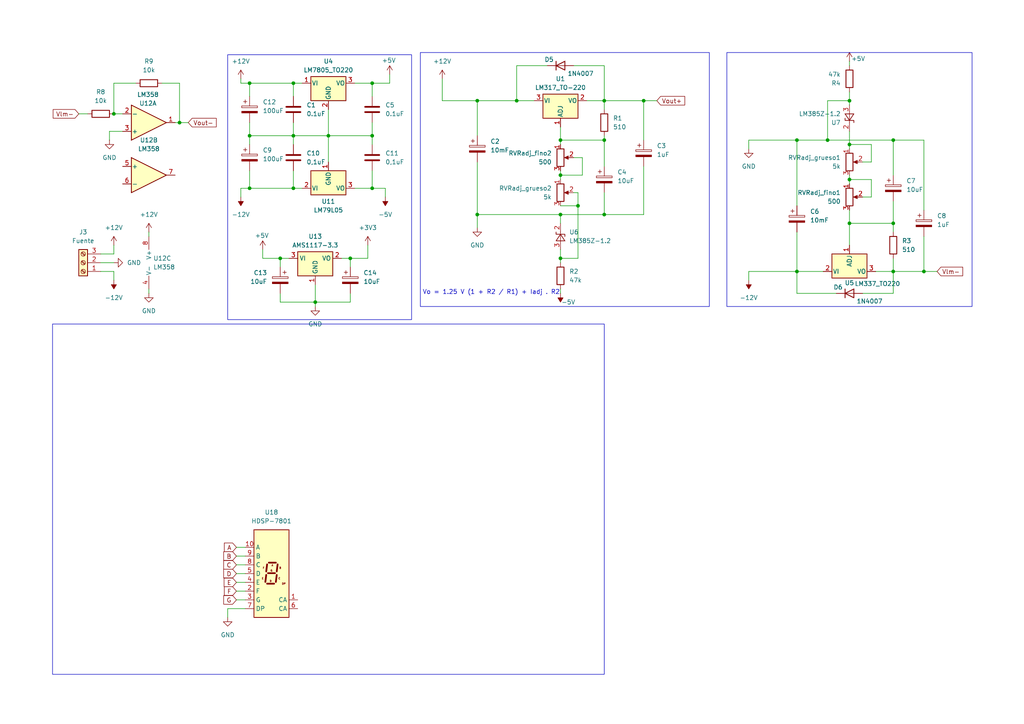
<source format=kicad_sch>
(kicad_sch (version 20231120) (generator "eeschema") (generator_version "8.0")
  (paper "A4")
  (junction (at 259.08 64.77))
  (junction (at 97.79 252.73))
  (junction (at 87.63 288.29))
  (junction (at 240.03 40.64))
  (junction (at 186.69 29.21))
  (junction (at 60.96 300.99))
  (junction (at 232.41 228.6))
  (junction (at 163.83 240.03))
  (junction (at 205.74 255.27))
  (junction (at 137.16 252.73))
  (junction (at 107.95 39.37))
  (junction (at 231.14 78.74))
  (junction (at 167.64 59.69))
  (junction (at 246.38 52.07))
  (junction (at 72.39 39.37))
  (junction (at -162.56 44.45))
  (junction (at 163.83 288.29))
  (junction (at -163.83 97.79))
  (junction (at 138.43 29.21))
  (junction (at 33.02 33.02))
  (junction (at 95.25 39.37))
  (junction (at 91.44 87.63))
  (junction (at -163.83 69.85))
  (junction (at 101.6 74.93))
  (junction (at 162.56 40.64))
  (junction (at 259.08 40.64))
  (junction (at 162.56 74.93))
  (junction (at -64.77 36.83))
  (junction (at 123.19 240.03))
  (junction (at 149.86 29.21))
  (junction (at 85.09 39.37))
  (junction (at 259.08 78.74))
  (junction (at 175.26 29.21))
  (junction (at 3.81 241.3))
  (junction (at 107.95 54.61))
  (junction (at 175.26 62.23))
  (junction (at 162.56 62.23))
  (junction (at -71.12 44.45))
  (junction (at -175.26 88.9))
  (junction (at 107.95 24.13))
  (junction (at 97.79 300.99))
  (junction (at 72.39 24.13))
  (junction (at 81.28 74.93))
  (junction (at 246.38 41.91))
  (junction (at 231.14 40.64))
  (junction (at 12.7 228.6))
  (junction (at 175.26 40.64))
  (junction (at 123.19 288.29))
  (junction (at 267.97 78.74))
  (junction (at 72.39 54.61))
  (junction (at 246.38 29.21))
  (junction (at 85.09 24.13))
  (junction (at 246.38 64.77))
  (junction (at 85.09 54.61))
  (junction (at 52.07 35.56))
  (junction (at 138.43 62.23))
  (junction (at 137.16 300.99))
  (junction (at 162.56 50.8))
  (no_connect (at 193.04 248.92))
  (no_connect (at 193.04 241.3))
  (no_connect (at 193.04 246.38))
  (no_connect (at 193.04 243.84))
  (no_connect (at 193.04 236.22))
  (no_connect (at 193.04 238.76))
  (wire (pts (xy 246.38 52.07) (xy 252.73 52.07)))
  (wire (pts (xy 158.75 19.05) (xy 149.86 19.05)))
  (wire (pts (xy 105.41 283.21) (xy 102.87 283.21)))
  (wire (pts (xy -163.83 97.79) (xy -177.8 97.79)))
  (wire (pts (xy 175.26 62.23) (xy 186.69 62.23)))
  (wire (pts (xy 5.08 241.3) (xy 3.81 241.3)))
  (wire (pts (xy 186.69 40.64) (xy 186.69 29.21)))
  (wire (pts (xy 144.78 229.87) (xy 142.24 229.87)))
  (wire (pts (xy 113.03 21.59) (xy 113.03 24.13)))
  (wire (pts (xy 113.03 24.13) (xy 107.95 24.13)))
  (wire (pts (xy 72.39 39.37) (xy 85.09 39.37)))
  (wire (pts (xy -64.77 36.83) (xy -64.77 44.45)))
  (wire (pts (xy 144.78 270.51) (xy 142.24 270.51)))
  (wire (pts (xy 162.56 50.8) (xy 162.56 52.07)))
  (wire (pts (xy 144.78 232.41) (xy 142.24 232.41)))
  (wire (pts (xy 232.41 226.06) (xy 232.41 228.6)))
  (wire (pts (xy 76.2 74.93) (xy 81.28 74.93)))
  (wire (pts (xy 33.02 33.02) (xy 35.56 33.02)))
  (wire (pts (xy -153.67 86.36) (xy -152.4 86.36)))
  (wire (pts (xy -77.47 54.61) (xy -115.57 54.61)))
  (wire (pts (xy 87.63 299.72) (xy 87.63 300.99)))
  (wire (pts (xy -76.2 25.4) (xy -76.2 31.75)))
  (wire (pts (xy 231.14 78.74) (xy 238.76 78.74)))
  (wire (pts (xy -157.48 54.61) (xy -157.48 46.99)))
  (wire (pts (xy -176.53 44.45) (xy -162.56 44.45)))
  (wire (pts (xy 91.44 82.55) (xy 91.44 87.63)))
  (wire (pts (xy 105.41 270.51) (xy 102.87 270.51)))
  (wire (pts (xy 138.43 46.99) (xy 138.43 62.23)))
  (wire (pts (xy 106.68 74.93) (xy 101.6 74.93)))
  (wire (pts (xy -172.72 39.37) (xy -176.53 39.37)))
  (wire (pts (xy 107.95 49.53) (xy 107.95 54.61)))
  (wire (pts (xy 138.43 62.23) (xy 162.56 62.23)))
  (wire (pts (xy 66.04 176.53) (xy 66.04 179.07)))
  (wire (pts (xy -71.12 44.45) (xy -80.01 44.45)))
  (wire (pts (xy 149.86 19.05) (xy 149.86 29.21)))
  (wire (pts (xy 218.44 228.6) (xy 232.41 228.6)))
  (wire (pts (xy 217.17 78.74) (xy 231.14 78.74)))
  (wire (pts (xy 137.16 252.73) (xy 163.83 252.73)))
  (wire (pts (xy 167.64 74.93) (xy 162.56 74.93)))
  (wire (pts (xy 97.79 254) (xy 97.79 252.73)))
  (wire (pts (xy 144.78 234.95) (xy 142.24 234.95)))
  (wire (pts (xy 160.02 240.03) (xy 163.83 240.03)))
  (wire (pts (xy 163.83 241.3) (xy 163.83 240.03)))
  (wire (pts (xy 246.38 41.91) (xy 246.38 43.18)))
  (wire (pts (xy 87.63 288.29) (xy 87.63 289.56)))
  (wire (pts (xy -163.83 99.06) (xy -163.83 97.79)))
  (wire (pts (xy 259.08 50.8) (xy 259.08 40.64)))
  (wire (pts (xy 218.44 226.06) (xy 232.41 226.06)))
  (wire (pts (xy 71.12 158.75) (xy 68.58 158.75)))
  (wire (pts (xy 187.96 231.14) (xy 193.04 231.14)))
  (wire (pts (xy 205.74 255.27) (xy 205.74 256.54)))
  (wire (pts (xy 163.83 299.72) (xy 163.83 300.99)))
  (wire (pts (xy -160.02 31.75) (xy -156.21 31.75)))
  (wire (pts (xy 95.25 39.37) (xy 107.95 39.37)))
  (wire (pts (xy 123.19 299.72) (xy 123.19 300.99)))
  (wire (pts (xy -160.02 36.83) (xy -156.21 36.83)))
  (wire (pts (xy 137.16 254) (xy 137.16 252.73)))
  (wire (pts (xy 259.08 85.09) (xy 250.19 85.09)))
  (wire (pts (xy 12.7 227.33) (xy 12.7 228.6)))
  (wire (pts (xy 43.18 83.82) (xy 43.18 85.09)))
  (wire (pts (xy 105.41 227.33) (xy 102.87 227.33)))
  (wire (pts (xy 66.04 270.51) (xy 63.5 270.51)))
  (wire (pts (xy 252.73 57.15) (xy 252.73 52.07)))
  (wire (pts (xy 85.09 35.56) (xy 85.09 39.37)))
  (wire (pts (xy 162.56 40.64) (xy 162.56 41.91)))
  (wire (pts (xy 105.41 234.95) (xy 102.87 234.95)))
  (wire (pts (xy 205.74 254) (xy 205.74 255.27)))
  (wire (pts (xy -163.83 69.85) (xy -163.83 71.12)))
  (wire (pts (xy 144.78 224.79) (xy 142.24 224.79)))
  (wire (pts (xy 252.73 46.99) (xy 252.73 41.91)))
  (wire (pts (xy 175.26 55.88) (xy 175.26 62.23)))
  (wire (pts (xy -153.67 83.82) (xy -152.4 83.82)))
  (wire (pts (xy 120.65 285.75) (xy 123.19 285.75)))
  (wire (pts (xy 246.38 26.67) (xy 246.38 29.21)))
  (wire (pts (xy 175.26 29.21) (xy 170.18 29.21)))
  (wire (pts (xy 144.78 278.13) (xy 142.24 278.13)))
  (wire (pts (xy -175.26 88.9) (xy -175.26 91.44)))
  (wire (pts (xy -7.62 241.3) (xy -5.08 241.3)))
  (wire (pts (xy 160.02 285.75) (xy 163.83 285.75)))
  (wire (pts (xy 72.39 35.56) (xy 72.39 39.37)))
  (wire (pts (xy 72.39 49.53) (xy 72.39 54.61)))
  (wire (pts (xy -180.34 86.36) (xy -173.99 86.36)))
  (wire (pts (xy 252.73 41.91) (xy 246.38 41.91)))
  (wire (pts (xy 259.08 78.74) (xy 267.97 78.74)))
  (wire (pts (xy 111.76 54.61) (xy 111.76 57.15)))
  (wire (pts (xy 137.16 240.03) (xy 144.78 240.03)))
  (wire (pts (xy 160.02 237.49) (xy 163.83 237.49)))
  (wire (pts (xy 162.56 59.69) (xy 167.64 59.69)))
  (wire (pts (xy 85.09 39.37) (xy 95.25 39.37)))
  (wire (pts (xy 246.38 50.8) (xy 246.38 52.07)))
  (wire (pts (xy 71.12 168.91) (xy 68.58 168.91)))
  (wire (pts (xy 105.41 229.87) (xy 102.87 229.87)))
  (wire (pts (xy 250.19 57.15) (xy 252.73 57.15)))
  (wire (pts (xy 66.04 280.67) (xy 63.5 280.67)))
  (wire (pts (xy 240.03 29.21) (xy 240.03 40.64)))
  (wire (pts (xy 168.91 45.72) (xy 166.37 45.72)))
  (wire (pts (xy 87.63 285.75) (xy 87.63 288.29)))
  (wire (pts (xy -175.26 69.85) (xy -175.26 88.9)))
  (wire (pts (xy 231.14 40.64) (xy 231.14 59.69)))
  (wire (pts (xy 162.56 36.83) (xy 162.56 40.64)))
  (wire (pts (xy 246.38 38.1) (xy 246.38 41.91)))
  (wire (pts (xy 120.65 288.29) (xy 123.19 288.29)))
  (wire (pts (xy 144.78 237.49) (xy 142.24 237.49)))
  (wire (pts (xy 33.02 24.13) (xy 33.02 33.02)))
  (wire (pts (xy 175.26 19.05) (xy 175.26 29.21)))
  (wire (pts (xy -153.67 81.28) (xy -152.4 81.28)))
  (wire (pts (xy 246.38 29.21) (xy 240.03 29.21)))
  (wire (pts (xy 163.83 285.75) (xy 163.83 288.29)))
  (wire (pts (xy 12.7 246.38) (xy 12.7 248.92)))
  (wire (pts (xy 33.02 71.12) (xy 33.02 73.66)))
  (wire (pts (xy 217.17 40.64) (xy 231.14 40.64)))
  (wire (pts (xy 144.78 227.33) (xy 142.24 227.33)))
  (wire (pts (xy -72.39 24.13) (xy -72.39 34.29)))
  (wire (pts (xy 60.96 300.99) (xy 60.96 288.29)))
  (wire (pts (xy 72.39 39.37) (xy 72.39 41.91)))
  (wire (pts (xy -175.26 91.44) (xy -173.99 91.44)))
  (wire (pts (xy 242.57 85.09) (xy 231.14 85.09)))
  (wire (pts (xy 46.99 24.13) (xy 52.07 24.13)))
  (wire (pts (xy -123.19 54.61) (xy -157.48 54.61)))
  (wire (pts (xy 107.95 35.56) (xy 107.95 39.37)))
  (wire (pts (xy 3.81 238.76) (xy 3.81 241.3)))
  (wire (pts (xy 138.43 29.21) (xy 149.86 29.21)))
  (wire (pts (xy 76.2 72.39) (xy 76.2 74.93)))
  (wire (pts (xy 163.83 237.49) (xy 163.83 240.03)))
  (wire (pts (xy 203.2 215.9) (xy 203.2 218.44)))
  (wire (pts (xy -64.77 36.83) (xy -66.04 36.83)))
  (wire (pts (xy 29.21 78.74) (xy 33.02 78.74)))
  (wire (pts (xy 101.6 87.63) (xy 101.6 85.09)))
  (wire (pts (xy 123.19 251.46) (xy 123.19 252.73)))
  (wire (pts (xy -71.12 49.53) (xy -71.12 44.45)))
  (wire (pts (xy 246.38 17.78) (xy 246.38 19.05)))
  (wire (pts (xy -180.34 78.74) (xy -173.99 78.74)))
  (wire (pts (xy -177.8 76.2) (xy -173.99 76.2)))
  (wire (pts (xy 160.02 288.29) (xy 163.83 288.29)))
  (wire (pts (xy 69.85 24.13) (xy 72.39 24.13)))
  (wire (pts (xy 240.03 40.64) (xy 259.08 40.64)))
  (wire (pts (xy 66.04 275.59) (xy 63.5 275.59)))
  (wire (pts (xy 69.85 54.61) (xy 72.39 54.61)))
  (wire (pts (xy 259.08 74.93) (xy 259.08 78.74)))
  (wire (pts (xy 163.83 289.56) (xy 163.83 288.29)))
  (wire (pts (xy 52.07 35.56) (xy 54.61 35.56)))
  (wire (pts (xy 167.64 59.69) (xy 167.64 74.93)))
  (wire (pts (xy 137.16 288.29) (xy 144.78 288.29)))
  (wire (pts (xy -72.39 34.29) (xy -80.01 34.29)))
  (wire (pts (xy 259.08 58.42) (xy 259.08 64.77)))
  (wire (pts (xy -156.21 44.45) (xy -162.56 44.45)))
  (wire (pts (xy 187.96 233.68) (xy 193.04 233.68)))
  (wire (pts (xy 85.09 41.91) (xy 85.09 39.37)))
  (wire (pts (xy 250.19 46.99) (xy 252.73 46.99)))
  (wire (pts (xy 101.6 74.93) (xy 99.06 74.93)))
  (wire (pts (xy 97.79 288.29) (xy 105.41 288.29)))
  (wire (pts (xy 137.16 302.26) (xy 137.16 300.99)))
  (wire (pts (xy 162.56 62.23) (xy 162.56 64.77)))
  (wire (pts (xy -157.48 46.99) (xy -156.21 46.99)))
  (wire (pts (xy 267.97 68.58) (xy 267.97 78.74)))
  (wire (pts (xy 66.04 273.05) (xy 63.5 273.05)))
  (wire (pts (xy -80.01 41.91) (xy -78.74 41.91)))
  (wire (pts (xy 267.97 60.96) (xy 267.97 40.64)))
  (wire (pts (xy 105.41 237.49) (xy 102.87 237.49)))
  (wire (pts (xy 259.08 78.74) (xy 259.08 85.09)))
  (wire (pts (xy 107.95 27.94) (xy 107.95 24.13)))
  (wire (pts (xy 144.78 280.67) (xy 142.24 280.67)))
  (wire (pts (xy 231.14 85.09) (xy 231.14 78.74)))
  (wire (pts (xy 120.65 237.49) (xy 123.19 237.49)))
  (wire (pts (xy -153.67 76.2) (xy -152.4 76.2)))
  (wire (pts (xy 72.39 54.61) (xy 85.09 54.61)))
  (wire (pts (xy 60.96 300.99) (xy 87.63 300.99)))
  (wire (pts (xy 106.68 71.12) (xy 106.68 74.93)))
  (wire (pts (xy -119.38 58.42) (xy -119.38 60.96)))
  (wire (pts (xy 33.02 73.66) (xy 29.21 73.66)))
  (wire (pts (xy 81.28 74.93) (xy 83.82 74.93)))
  (wire (pts (xy -77.47 46.99) (xy -77.47 54.61)))
  (wire (pts (xy 66.04 278.13) (xy 63.5 278.13)))
  (wire (pts (xy -80.01 36.83) (xy -73.66 36.83)))
  (wire (pts (xy 175.26 40.64) (xy 162.56 40.64)))
  (wire (pts (xy 144.78 275.59) (xy 142.24 275.59)))
  (wire (pts (xy -64.77 33.02) (xy -64.77 36.83)))
  (wire (pts (xy 3.81 228.6) (xy 12.7 228.6)))
  (wire (pts (xy 71.12 171.45) (xy 68.58 171.45)))
  (wire (pts (xy 107.95 54.61) (xy 111.76 54.61)))
  (wire (pts (xy -180.34 83.82) (xy -173.99 83.82)))
  (wire (pts (xy 123.19 237.49) (xy 123.19 240.03)))
  (wire (pts (xy 166.37 19.05) (xy 175.26 19.05)))
  (wire (pts (xy -78.74 29.21) (xy -80.01 29.21)))
  (wire (pts (xy 85.09 49.53) (xy 85.09 54.61)))
  (wire (pts (xy 91.44 87.63) (xy 101.6 87.63)))
  (wire (pts (xy 22.86 33.02) (xy 25.4 33.02)))
  (wire (pts (xy 231.14 40.64) (xy 240.03 40.64)))
  (wire (pts (xy 144.78 273.05) (xy 142.24 273.05)))
  (wire (pts (xy 12.7 228.6) (xy 12.7 236.22)))
  (wire (pts (xy 186.69 29.21) (xy 190.5 29.21)))
  (wire (pts (xy -175.26 88.9) (xy -173.99 88.9)))
  (wire (pts (xy 95.25 31.75) (xy 95.25 39.37)))
  (wire (pts (xy 175.26 40.64) (xy 175.26 48.26)))
  (wire (pts (xy 31.75 40.64) (xy 31.75 38.1)))
  (wire (pts (xy 168.91 45.72) (xy 168.91 50.8)))
  (wire (pts (xy 97.79 300.99) (xy 97.79 288.29)))
  (wire (pts (xy -48.26 34.29) (xy -48.26 39.37)))
  (wire (pts (xy 95.25 39.37) (xy 95.25 46.99)))
  (wire (pts (xy 105.41 222.25) (xy 102.87 222.25)))
  (wire (pts (xy 105.41 275.59) (xy 102.87 275.59)))
  (wire (pts (xy 259.08 78.74) (xy 254 78.74)))
  (wire (pts (xy 128.27 29.21) (xy 138.43 29.21)))
  (wire (pts (xy -160.02 29.21) (xy -156.21 29.21)))
  (wire (pts (xy 246.38 60.96) (xy 246.38 64.77)))
  (wire (pts (xy 123.19 240.03) (xy 123.19 241.3)))
  (wire (pts (xy 138.43 29.21) (xy 138.43 39.37)))
  (wire (pts (xy 81.28 74.93) (xy 81.28 77.47)))
  (wire (pts (xy 267.97 40.64) (xy 259.08 40.64)))
  (wire (pts (xy 87.63 54.61) (xy 85.09 54.61)))
  (wire (pts (xy 208.28 254) (xy 208.28 255.27)))
  (wire (pts (xy -163.83 69.85) (xy -175.26 69.85)))
  (wire (pts (xy 232.41 228.6) (xy 232.41 232.41)))
  (wire (pts (xy 97.79 300.99) (xy 123.19 300.99)))
  (wire (pts (xy 71.12 173.99) (xy 68.58 173.99)))
  (wire (pts (xy 246.38 64.77) (xy 259.08 64.77)))
  (wire (pts (xy 31.75 38.1) (xy 35.56 38.1)))
  (wire (pts (xy -64.77 44.45) (xy -71.12 44.45)))
  (wire (pts (xy 175.26 29.21) (xy 175.26 31.75)))
  (wire (pts (xy 97.79 252.73) (xy 123.19 252.73)))
  (wire (pts (xy 144.78 283.21) (xy 142.24 283.21)))
  (wire (pts (xy 105.41 280.67) (xy 102.87 280.67)))
  (wire (pts (xy 246.38 71.12) (xy 246.38 64.77)))
  (wire (pts (xy 105.41 278.13) (xy 102.87 278.13)))
  (wire (pts (xy 105.41 224.79) (xy 102.87 224.79)))
  (wire (pts (xy 217.17 81.28) (xy 217.17 78.74)))
  (wire (pts (xy 69.85 57.15) (xy 69.85 54.61)))
  (wire (pts (xy 72.39 294.64) (xy 71.12 294.64)))
  (wire (pts (xy 218.44 233.68) (xy 222.25 233.68)))
  (wire (pts (xy 144.78 222.25) (xy 142.24 222.25)))
  (wire (pts (xy 259.08 64.77) (xy 259.08 67.31)))
  (wire (pts (xy 105.41 273.05) (xy 102.87 273.05)))
  (wire (pts (xy 72.39 24.13) (xy 85.09 24.13)))
  (wire (pts (xy 33.02 78.74) (xy 33.02 81.28)))
  (wire (pts (xy -69.85 33.02) (xy -64.77 33.02)))
  (wire (pts (xy 71.12 163.83) (xy 68.58 163.83)))
  (wire (pts (xy -160.02 34.29) (xy -156.21 34.29)))
  (wire (pts (xy -172.72 36.83) (xy -172.72 39.37)))
  (wire (pts (xy 167.64 55.88) (xy 167.64 59.69)))
  (wire (pts (xy 231.14 67.31) (xy 231.14 78.74)))
  (wire (pts (xy 267.97 78.74) (xy 271.78 78.74)))
  (wire (pts (xy -160.02 39.37) (xy -156.21 39.37)))
  (wire (pts (xy -153.67 78.74) (xy -152.4 78.74)))
  (wire (pts (xy -177.8 97.79) (xy -177.8 76.2)))
  (wire (pts (xy -163.83 68.58) (xy -163.83 69.85)))
  (wire (pts (xy 138.43 62.23) (xy 138.43 66.04)))
  (wire (pts (xy 162.56 49.53) (xy 162.56 50.8)))
  (wire (pts (xy 137.16 300.99) (xy 163.83 300.99)))
  (wire (pts (xy 120.65 240.03) (xy 123.19 240.03)))
  (wire (pts (xy 105.41 285.75) (xy 102.87 285.75)))
  (wire (pts (xy 66.04 285.75) (xy 63.5 285.75)))
  (wire (pts (xy -163.83 97.79) (xy -163.83 96.52)))
  (wire (pts (xy -80.01 39.37) (xy -60.96 39.37)))
  (wire (pts (xy -176.53 41.91) (xy -156.21 41.91)))
  (wire (pts (xy -80.01 46.99) (xy -77.47 46.99)))
  (wire (pts (xy 102.87 54.61) (xy 107.95 54.61)))
  (wire (pts (xy 71.12 166.37) (xy 68.58 166.37)))
  (wire (pts (xy 2.54 241.3) (xy 3.81 241.3)))
  (wire (pts (xy 81.28 87.63) (xy 91.44 87.63)))
  (wire (pts (xy 66.04 283.21) (xy 63.5 283.21)))
  (wire (pts (xy 81.28 288.29) (xy 87.63 288.29)))
  (wire (pts (xy -162.56 44.45) (xy -162.56 52.07)))
  (wire (pts (xy 246.38 29.21) (xy 246.38 30.48)))
  (wire (pts (xy 208.28 255.27) (xy 205.74 255.27)))
  (wire (pts (xy 175.26 39.37) (xy 175.26 40.64)))
  (wire (pts (xy 39.37 24.13) (xy 33.02 24.13)))
  (wire (pts (xy 97.79 252.73) (xy 97.79 240.03)))
  (wire (pts (xy -78.74 25.4) (xy -78.74 29.21)))
  (wire (pts (xy 137.16 288.29) (xy 137.16 300.99)))
  (wire (pts (xy 123.19 285.75) (xy 123.19 288.29)))
  (wire (pts (xy 71.12 161.29) (xy 68.58 161.29)))
  (wire (pts (xy 85.09 24.13) (xy 87.63 24.13)))
  (wire (pts (xy 162.56 74.93) (xy 162.56 76.2)))
  (wire (pts (xy 162.56 62.23) (xy 175.26 62.23)))
  (wire (pts (xy 60.96 300.99) (xy 60.96 302.26)))
  (wire (pts (xy -48.26 39.37) (xy -53.34 39.37)))
  (wire (pts (xy 162.56 72.39) (xy 162.56 74.93)))
  (wire (pts (xy 97.79 302.26) (xy 97.79 300.99)))
  (wire (pts (xy 162.56 83.82) (xy 162.56 85.09)))
  (wire (pts (xy 105.41 232.41) (xy 102.87 232.41)))
  (wire (pts (xy 137.16 240.03) (xy 137.16 252.73)))
  (wire (pts (xy -180.34 81.28) (xy -173.99 81.28)))
  (wire (pts (xy 217.17 43.18) (xy 217.17 40.64)))
  (wire (pts (xy 246.38 52.07) (xy 246.38 53.34)))
  (wire (pts (xy 97.79 240.03) (xy 105.41 240.03)))
  (wire (pts (xy 166.37 55.88) (xy 167.64 55.88)))
  (wire (pts (xy 66.04 176.53) (xy 71.12 176.53)))
  (wire (pts (xy 81.28 285.75) (xy 87.63 285.75)))
  (wire (pts (xy -76.2 31.75) (xy -80.01 31.75)))
  (wire (pts (xy 85.09 24.13) (xy 85.09 27.94)))
  (wire (pts (xy 163.83 251.46) (xy 163.83 252.73)))
  (wire (pts (xy 107.95 39.37) (xy 107.95 41.91)))
  (wire (pts (xy 168.91 50.8) (xy 162.56 50.8)))
  (wire (pts (xy 186.69 48.26) (xy 186.69 62.23)))
  (wire (pts (xy 128.27 22.86) (xy 128.27 29.21)))
  (wire (pts (xy 52.07 35.56) (xy 50.8 35.56)))
  (wire (pts (xy -153.67 88.9) (xy -152.4 88.9)))
  (wire (pts (xy 29.21 76.2) (xy 33.02 76.2)))
  (wire (pts (xy 186.69 29.21) (xy 175.26 29.21)))
  (wire (pts (xy 91.44 88.9) (xy 91.44 87.63)))
  (wire (pts (xy 144.78 285.75) (xy 142.24 285.75)))
  (wire (pts (xy 107.95 24.13) (xy 102.87 24.13)))
  (wire (pts (xy 43.18 67.31) (xy 43.18 68.58)))
  (wire (pts (xy 123.19 288.29) (xy 123.19 289.56)))
  (wire (pts (xy 101.6 74.93) (xy 101.6 77.47)))
  (wire (pts (xy 60.96 288.29) (xy 66.04 288.29)))
  (wire (pts (xy 69.85 22.86) (xy 69.85 24.13)))
  (wire (pts (xy -153.67 91.44) (xy -152.4 91.44)))
  (wire (pts (xy 81.28 85.09) (xy 81.28 87.63)))
  (wire (pts (xy 72.39 24.13) (xy 72.39 27.94)))
  (wire (pts (xy 3.81 231.14) (xy 3.81 228.6)))
  (wire (pts (xy 52.07 24.13) (xy 52.07 35.56)))
  (wire (pts (xy 218.44 223.52) (xy 222.25 223.52)))
  (wire (pts (xy 149.86 29.21) (xy 154.94 29.21)))
  (rectangle (start 15.24 93.98) (end 175.26 195.58))
  (rectangle (start 121.92 15.24) (end 205.74 88.9))
  (rectangle (start 66.04 15.875) (end 119.38 92.71))
  (rectangle (start 210.82 15.24) (end 281.94 88.9))
  (text "Vo = 1.25 V (1 + R2 / R1) + Iadj . R2" (at 142.494 84.836 0) (effects (font (size 1.27 1.27))))
  (global_label "Vout-" (shape input) (at 187.96 233.68 180) (property "Intersheetrefs" "${INTERSHEET_REFS}" (effects (hide yes))))
  (global_label "NSDig" (shape input) (at -160.02 34.29 180) (property "Intersheetrefs" "${INTERSHEET_REFS}" (effects (hide yes))))
  (global_label "G" (shape input) (at 142.24 285.75 180) (property "Intersheetrefs" "${INTERSHEET_REFS}" (effects (hide yes))))
  (global_label "G" (shape input) (at -152.4 91.44 0) (property "Intersheetrefs" "${INTERSHEET_REFS}" (effects (hide yes))))
  (global_label "F" (shape input) (at 102.87 283.21 180) (property "Intersheetrefs" "${INTERSHEET_REFS}" (effects (hide yes))))
  (global_label "BCD0" (shape input) (at -180.34 78.74 180) (property "Intersheetrefs" "${INTERSHEET_REFS}" (effects (hide yes))))
  (global_label "BCD2" (shape input) (at -180.34 83.82 180) (property "Intersheetrefs" "${INTERSHEET_REFS}" (effects (hide yes))))
  (global_label "NSDig" (shape input) (at 107.95 294.64 180) (property "Intersheetrefs" "${INTERSHEET_REFS}" (effects (hide yes))))
  (global_label "C" (shape input) (at 142.24 227.33 180) (property "Intersheetrefs" "${INTERSHEET_REFS}" (effects (hide yes))))
  (global_label "G" (shape input) (at 102.87 285.75 180) (property "Intersheetrefs" "${INTERSHEET_REFS}" (effects (hide yes))))
  (global_label "F" (shape input) (at 142.24 234.95 180) (property "Intersheetrefs" "${INTERSHEET_REFS}" (effects (hide yes))))
  (global_label "B" (shape input) (at 68.58 161.29 180) (property "Intersheetrefs" "${INTERSHEET_REFS}" (effects (hide yes))))
  (global_label "A" (shape input) (at 63.5 270.51 180) (property "Intersheetrefs" "${INTERSHEET_REFS}" (effects (hide yes))))
  (global_label "B" (shape input) (at 142.24 224.79 180) (property "Intersheetrefs" "${INTERSHEET_REFS}" (effects (hide yes))))
  (global_label "A" (shape input) (at 68.58 158.75 180) (property "Intersheetrefs" "${INTERSHEET_REFS}" (effects (hide yes))))
  (global_label "A" (shape input) (at 142.24 222.25 180) (property "Intersheetrefs" "${INTERSHEET_REFS}" (effects (hide yes))))
  (global_label "B" (shape input) (at 102.87 273.05 180) (property "Intersheetrefs" "${INTERSHEET_REFS}" (effects (hide yes))))
  (global_label "B" (shape input) (at 102.87 224.79 180) (property "Intersheetrefs" "${INTERSHEET_REFS}" (effects (hide yes))))
  (global_label "BCD1" (shape input) (at -180.34 81.28 180) (property "Intersheetrefs" "${INTERSHEET_REFS}" (effects (hide yes))))
  (global_label "D" (shape input) (at 102.87 229.87 180) (property "Intersheetrefs" "${INTERSHEET_REFS}" (effects (hide yes))))
  (global_label "E" (shape input) (at 68.58 168.91 180) (property "Intersheetrefs" "${INTERSHEET_REFS}" (effects (hide yes))))
  (global_label "E" (shape input) (at 102.87 232.41 180) (property "Intersheetrefs" "${INTERSHEET_REFS}" (effects (hide yes))))
  (global_label "A_mux" (shape input) (at 222.25 223.52 0) (property "Intersheetrefs" "${INTERSHEET_REFS}" (effects (hide yes))))
  (global_label "E" (shape input) (at -152.4 86.36 0) (property "Intersheetrefs" "${INTERSHEET_REFS}" (effects (hide yes))))
  (global_label "G" (shape input) (at 63.5 285.75 180) (property "Intersheetrefs" "${INTERSHEET_REFS}" (effects (hide yes))))
  (global_label "B" (shape input) (at -152.4 78.74 0) (property "Intersheetrefs" "${INTERSHEET_REFS}" (effects (hide yes))))
  (global_label "A" (shape input) (at 142.24 270.51 180) (property "Intersheetrefs" "${INTERSHEET_REFS}" (effects (hide yes))))
  (global_label "Vlm-" (shape input) (at 271.78 78.74 0) (property "Intersheetrefs" "${INTERSHEET_REFS}" (effects (hide yes))))
  (global_label "E" (shape input) (at 63.5 280.67 180) (property "Intersheetrefs" "${INTERSHEET_REFS}" (effects (hide yes))))
  (global_label "F" (shape input) (at 63.5 283.21 180) (property "Intersheetrefs" "${INTERSHEET_REFS}" (effects (hide yes))))
  (global_label "BCD3" (shape input) (at -180.34 86.36 180) (property "Intersheetrefs" "${INTERSHEET_REFS}" (effects (hide yes))))
  (global_label "E" (shape input) (at 142.24 232.41 180) (property "Intersheetrefs" "${INTERSHEET_REFS}" (effects (hide yes))))
  (global_label "G" (shape input) (at 142.24 237.49 180) (property "Intersheetrefs" "${INTERSHEET_REFS}" (effects (hide yes))))
  (global_label "LSDig" (shape input) (at 148.59 246.38 180) (property "Intersheetrefs" "${INTERSHEET_REFS}" (effects (hide yes))))
  (global_label "A" (shape input) (at 102.87 222.25 180) (property "Intersheetrefs" "${INTERSHEET_REFS}" (effects (hide yes))))
  (global_label "NSDig" (shape input) (at 107.95 246.38 180) (property "Intersheetrefs" "${INTERSHEET_REFS}" (effects (hide yes))))
  (global_label "C" (shape input) (at 68.58 163.83 180) (property "Intersheetrefs" "${INTERSHEET_REFS}" (effects (hide yes))))
  (global_label "A" (shape input) (at -152.4 76.2 0) (property "Intersheetrefs" "${INTERSHEET_REFS}" (effects (hide yes))))
  (global_label "Vlm-" (shape input) (at 22.86 33.02 180) (property "Intersheetrefs" "${INTERSHEET_REFS}" (effects (hide yes))))
  (global_label "C" (shape input) (at -152.4 81.28 0) (property "Intersheetrefs" "${INTERSHEET_REFS}" (effects (hide yes))))
  (global_label "LSDig" (shape input) (at 148.59 294.64 180) (property "Intersheetrefs" "${INTERSHEET_REFS}" (effects (hide yes))))
  (global_label "LSDig" (shape input) (at -160.02 39.37 180) (property "Intersheetrefs" "${INTERSHEET_REFS}" (effects (hide yes))))
  (global_label "BCD1" (shape input) (at -160.02 29.21 180) (property "Intersheetrefs" "${INTERSHEET_REFS}" (effects (hide yes))))
  (global_label "F" (shape input) (at 102.87 234.95 180) (property "Intersheetrefs" "${INTERSHEET_REFS}" (effects (hide yes))))
  (global_label "E" (shape input) (at 142.24 280.67 180) (property "Intersheetrefs" "${INTERSHEET_REFS}" (effects (hide yes))))
  (global_label "D" (shape input) (at 68.58 166.37 180) (property "Intersheetrefs" "${INTERSHEET_REFS}" (effects (hide yes))))
  (global_label "D" (shape input) (at 142.24 278.13 180) (property "Intersheetrefs" "${INTERSHEET_REFS}" (effects (hide yes))))
  (global_label "E" (shape input) (at 102.87 280.67 180) (property "Intersheetrefs" "${INTERSHEET_REFS}" (effects (hide yes))))
  (global_label "C" (shape input) (at 102.87 227.33 180) (property "Intersheetrefs" "${INTERSHEET_REFS}" (effects (hide yes))))
  (global_label "Vadc" (shape input) (at 222.25 233.68 0) (property "Intersheetrefs" "${INTERSHEET_REFS}" (effects (hide yes))))
  (global_label "B" (shape input) (at 142.24 273.05 180) (property "Intersheetrefs" "${INTERSHEET_REFS}" (effects (hide yes))))
  (global_label "A" (shape input) (at 102.87 270.51 180) (property "Intersheetrefs" "${INTERSHEET_REFS}" (effects (hide yes))))
  (global_label "B" (shape input) (at 63.5 273.05 180) (property "Intersheetrefs" "${INTERSHEET_REFS}" (effects (hide yes))))
  (global_label "F" (shape input) (at 68.58 171.45 180) (property "Intersheetrefs" "${INTERSHEET_REFS}" (effects (hide yes))))
  (global_label "F" (shape input) (at 142.24 283.21 180) (property "Intersheetrefs" "${INTERSHEET_REFS}" (effects (hide yes))))
  (global_label "D" (shape input) (at 63.5 278.13 180) (property "Intersheetrefs" "${INTERSHEET_REFS}" (effects (hide yes))))
  (global_label "MSDig" (shape input) (at -160.02 36.83 180) (property "Intersheetrefs" "${INTERSHEET_REFS}" (effects (hide yes))))
  (global_label "G" (shape input) (at 102.87 237.49 180) (property "Intersheetrefs" "${INTERSHEET_REFS}" (effects (hide yes))))
  (global_label "G" (shape input) (at 68.58 173.99 180) (property "Intersheetrefs" "${INTERSHEET_REFS}" (effects (hide yes))))
  (global_label "A0" (shape input) (at 12.7 248.92 270) (property "Intersheetrefs" "${INTERSHEET_REFS}" (effects (hide yes))))
  (global_label "Vadc" (shape input) (at -78.74 41.91 0) (property "Intersheetrefs" "${INTERSHEET_REFS}" (effects (hide yes))))
  (global_label "F" (shape input) (at -152.4 88.9 0) (property "Intersheetrefs" "${INTERSHEET_REFS}" (effects (hide yes))))
  (global_label "C" (shape input) (at 102.87 275.59 180) (property "Intersheetrefs" "${INTERSHEET_REFS}" (effects (hide yes))))
  (global_label "D" (shape input) (at -152.4 83.82 0) (property "Intersheetrefs" "${INTERSHEET_REFS}" (effects (hide yes))))
  (global_label "BCD0" (shape input) (at -160.02 31.75 180) (property "Intersheetrefs" "${INTERSHEET_REFS}" (effects (hide yes))))
  (global_label "BCD3" (shape input) (at -78.74 25.4 90) (property "Intersheetrefs" "${INTERSHEET_REFS}" (effects (hide yes))))
  (global_label "Vout+" (shape input) (at 190.5 29.21 0) (property "Intersheetrefs" "${INTERSHEET_REFS}" (effects (hide yes))))
  (global_label "Vout-" (shape input) (at 54.61 35.56 0) (property "Intersheetrefs" "${INTERSHEET_REFS}" (effects (hide yes))))
  (global_label "D" (shape input) (at 142.24 229.87 180) (property "Intersheetrefs" "${INTERSHEET_REFS}" (effects (hide yes))))
  (global_label "D" (shape input) (at 102.87 278.13 180) (property "Intersheetrefs" "${INTERSHEET_REFS}" (effects (hide yes))))
  (global_label "C" (shape input) (at 63.5 275.59 180) (property "Intersheetrefs" "${INTERSHEET_REFS}" (effects (hide yes))))
  (global_label "Vout+" (shape input) (at 187.96 231.14 180) (property "Intersheetrefs" "${INTERSHEET_REFS}" (effects (hide yes))))
  (global_label "MSDig" (shape input) (at 71.12 294.64 180) (property "Intersheetrefs" "${INTERSHEET_REFS}" (effects (hide yes))))
  (global_label "Dig0+" (shape input) (at -7.62 241.3 180) (property "Intersheetrefs" "${INTERSHEET_REFS}" (effects (hide yes))))
  (global_label "C" (shape input) (at 142.24 275.59 180) (property "Intersheetrefs" "${INTERSHEET_REFS}" (effects (hide yes))))
  (global_label "BCD2" (shape input) (at -76.2 25.4 90) (property "Intersheetrefs" "${INTERSHEET_REFS}" (effects (hide yes))))
  (symbol (lib_id "Transistor_BJT:BC327") (at 10.16 241.3 0) (unit 1)
    (property "Reference" "Q4" (at 15.24 240.0299 0) (effects (justify left)))
    (property "Value" "BC327" (at 15.24 242.5699 0) (effects (justify left)))
    (property "Footprint" "Package_TO_SOT_THT:TO-92_Inline" (effects (hide yes)))
    (property "Datasheet" "http://www.onsemi.com/pub_link/Collateral/BC327-D.PDF" (effects (hide yes)))
    (property "Description" "0.8A Ic, 45V Vce, PNP Transistor, TO-92" (effects (hide yes)))
  )
  (symbol (lib_id "Device:R_Potentiometer") (at 246.38 46.99 0) (unit 1)
    (property "Reference" "RVRadj_grueso1" (at 243.84 45.7199 0) (effects (justify right)))
    (property "Value" "5k" (at 243.84 48.2599 0) (effects (justify right)))
    (property "Description" "Potentiometer" (effects (hide yes)))
  )
  (symbol (lib_id "Device:C_Polarized") (at -57.15 39.37 270) (unit 1)
    (property "Reference" "C6_poliester1" (at -56.261 31.75 90))
    (property "Value" "0.27uF" (at -56.261 34.29 90))
    (property "Description" "Polarized capacitor" (effects (hide yes)))
  )
  (symbol (lib_id "power:+3V3") (at 106.68 71.12 0) (unit 1)
    (property "Reference" "#PWR035" (effects (hide yes)))
    (property "Value" "+3V3" (at 106.68 66.04 0))
    (property "Description" "Power symbol creates a global label with name \"+3V3\"" (effects (hide yes)))
  )
  (symbol (lib_id "Regulator_Linear:LM7805_TO220") (at 95.25 24.13 0) (unit 1)
    (property "Reference" "U4" (at 95.25 17.78 0))
    (property "Value" "LM7805_TO220" (at 95.25 20.32 0))
    (property "Footprint" "Package_TO_SOT_THT:TO-220-3_Vertical" (effects (hide yes)))
    (property "Datasheet" "https://www.onsemi.cn/PowerSolutions/document/MC7800-D.PDF" (effects (hide yes)))
    (property "Description" "Positive 1A 35V Linear Regulator, Fixed Output 5V, TO-220" (effects (hide yes)))
  )
  (symbol (lib_id "Device:C_Polarized") (at 101.6 81.28 0) (unit 1)
    (property "Reference" "C14" (at 105.41 79.1209 0) (effects (justify left)))
    (property "Value" "10uF" (at 105.41 81.6609 0) (effects (justify left)))
    (property "Footprint" "Capacitor_THT:CP_Radial_D5.0mm_P2.50mm" (effects (hide yes)))
    (property "Description" "Polarized capacitor" (effects (hide yes)))
  )
  (symbol (lib_id "power:GND") (at 60.96 302.26 0) (unit 1)
    (property "Reference" "#PWR022" (effects (hide yes)))
    (property "Value" "GND" (at 60.96 307.34 0))
    (property "Description" "Power symbol creates a global label with name \"GND\" , ground" (effects (hide yes)))
  )
  (symbol (lib_id "Device:C_Polarized") (at 138.43 43.18 0) (unit 1)
    (property "Reference" "C2" (at 142.24 41.0209 0) (effects (justify left)))
    (property "Value" "10mF" (at 142.24 43.5609 0) (effects (justify left)))
    (property "Footprint" "Capacitor_THT:CP_Radial_D5.0mm_P2.50mm" (effects (hide yes)))
    (property "Description" "Polarized capacitor" (effects (hide yes)))
  )
  (symbol (lib_id "power:GND") (at -163.83 99.06 0) (unit 1)
    (property "Reference" "#PWR016" (effects (hide yes)))
    (property "Value" "GND" (at -163.83 104.14 0))
    (property "Description" "Power symbol creates a global label with name \"GND\" , ground" (effects (hide yes)))
  )
  (symbol (lib_id "Regulator_Linear:LM317_TO-220") (at 162.56 29.21 0) (unit 1)
    (property "Reference" "U1" (at 162.56 22.86 0))
    (property "Value" "LM317_TO-220" (at 162.56 25.4 0))
    (property "Footprint" "Package_TO_SOT_THT:TO-220-3_Vertical" (effects (hide yes)))
    (property "Datasheet" "http://www.ti.com/lit/ds/symlink/lm317.pdf" (effects (hide yes)))
    (property "Description" "1.5A 35V Adjustable Linear Regulator, TO-220" (effects (hide yes)))
  )
  (symbol (lib_id "power:GND") (at 97.79 302.26 0) (unit 1)
    (property "Reference" "#PWR023" (effects (hide yes)))
    (property "Value" "GND" (at 97.79 307.34 0))
    (property "Description" "Power symbol creates a global label with name \"GND\" , ground" (effects (hide yes)))
  )
  (symbol (lib_id "power:+12V") (at 128.27 22.86 0) (unit 1)
    (property "Reference" "#PWR01" (effects (hide yes)))
    (property "Value" "+12V" (at 128.27 17.78 0))
    (property "Description" "Power symbol creates a global label with name \"+12V\"" (effects (hide yes)))
  )
  (symbol (lib_id "power:+5V") (at -72.39 24.13 0) (unit 1)
    (property "Reference" "#PWR012" (effects (hide yes)))
    (property "Value" "+5V" (at -72.644 20.32 0))
    (property "Description" "Power symbol creates a global label with name \"+5V\"" (effects (hide yes)))
  )
  (symbol (lib_id "power:+5V") (at 246.38 17.78 0) (unit 1)
    (property "Reference" "#PWR021" (effects (hide yes)))
    (property "Value" "+5V" (at 248.92 17.018 0))
    (property "Description" "Power symbol creates a global label with name \"+5V\"" (effects (hide yes)))
  )
  (symbol (lib_id "Transistor_BJT:BC548") (at 85.09 294.64 0) (unit 1)
    (property "Reference" "Q1" (at 90.17 293.3699 0) (effects (justify left)))
    (property "Value" "BC548" (at 90.17 295.9099 0) (effects (justify left)))
    (property "Footprint" "Package_TO_SOT_THT:TO-92_Inline" (effects (hide yes)))
    (property "Datasheet" "https://www.onsemi.com/pub/Collateral/BC550-D.pdf" (effects (hide yes)))
    (property "Description" "0.1A Ic, 30V Vce, Small Signal NPN Transistor, TO-92" (effects (hide yes)))
  )
  (symbol (lib_id "Amplifier_Operational:LM358") (at 43.18 35.56 0) (mirror x) (unit 1)
    (property "Reference" "U12" (at 42.926 29.972 0))
    (property "Value" "LM358" (at 42.926 27.432 0))
    (property "Footprint" "Package_DIP:DIP-8_W7.62mm_Socket" (effects (hide yes)))
    (property "Datasheet" "http://www.ti.com/lit/ds/symlink/lm2904-n.pdf" (effects (hide yes)))
    (property "Description" "Low-Power, Dual Operational Amplifiers, DIP-8/SOIC-8/TO-99-8" (effects (hide yes)))
  )
  (symbol (lib_id "Device:R_Potentiometer") (at -119.38 54.61 90) (mirror x) (unit 1)
    (property "Reference" "RV1" (at -119.38 49.784 90))
    (property "Value" "10k" (at -119.38 52.07 90))
    (property "Description" "Potentiometer" (effects (hide yes)))
  )
  (symbol (lib_id "power:GND") (at 91.44 88.9 0) (unit 1)
    (property "Reference" "#PWR036" (effects (hide yes)))
    (property "Value" "GND" (at 91.44 93.98 0))
    (property "Description" "Power symbol creates a global label with name \"GND\" , ground" (effects (hide yes)))
  )
  (symbol (lib_id "Connector:Screw_Terminal_01x03") (at 24.13 76.2 180) (unit 1)
    (property "Reference" "J3" (at 24.13 67.31 0))
    (property "Value" "Fuente" (at 24.13 69.85 0))
    (property "Description" "Generic screw terminal, single row, 01x03, script generated (kicad-library-utils/schlib/autogen/connector/)" (effects (hide yes)))
  )
  (symbol (lib_id "Device:C_Polarized") (at 231.14 63.5 0) (unit 1)
    (property "Reference" "C6" (at 234.95 61.3409 0) (effects (justify left)))
    (property "Value" "10mF" (at 234.95 63.8809 0) (effects (justify left)))
    (property "Footprint" "Capacitor_THT:CP_Radial_D5.0mm_P2.50mm" (effects (hide yes)))
    (property "Description" "Polarized capacitor" (effects (hide yes)))
  )
  (symbol (lib_id "Device:R_Potentiometer") (at 162.56 55.88 0) (unit 1)
    (property "Reference" "RVRadj_grueso2" (at 160.02 54.6099 0) (effects (justify right)))
    (property "Value" "5k" (at 160.02 57.1499 0) (effects (justify right)))
    (property "Description" "Potentiometer" (effects (hide yes)))
  )
  (symbol (lib_id "Device:R") (at 3.81 234.95 0) (mirror y) (unit 1)
    (property "Reference" "R13" (at 7.874 232.918 0))
    (property "Value" "10k" (at 7.62 234.95 0))
    (property "Description" "Resistor" (effects (hide yes)))
  )
  (symbol (lib_id "Regulator_Linear:LM337_TO220") (at 246.38 78.74 0) (unit 1)
    (property "Reference" "U5" (at 246.38 82.042 0))
    (property "Value" "LM337_TO220" (at 254.508 82.296 0))
    (property "Footprint" "Package_TO_SOT_THT:TO-220-3_Vertical" (effects (hide yes)))
    (property "Datasheet" "http://www.ti.com/lit/ds/symlink/lm337-n.pdf" (effects (hide yes)))
    (property "Description" "Negative 1.5A 35V Adjustable Linear Regulator, TO-220" (effects (hide yes)))
  )
  (symbol (lib_id "power:GND") (at 205.74 256.54 0) (unit 1)
    (property "Reference" "#PWR033" (effects (hide yes)))
    (property "Value" "GND" (at 205.74 261.62 0))
    (property "Description" "Power symbol creates a global label with name \"GND\" , ground" (effects (hide yes)))
  )
  (symbol (lib_id "power:+12V") (at 33.02 71.12 0) (unit 1)
    (property "Reference" "#PWR029" (effects (hide yes)))
    (property "Value" "+12V" (at 33.02 66.04 0))
    (property "Description" "Power symbol creates a global label with name \"+12V\"" (effects (hide yes)))
  )
  (symbol (lib_id "power:GND") (at -162.56 52.07 0) (unit 1)
    (property "Reference" "#PWR010" (effects (hide yes)))
    (property "Value" "GND" (at -162.56 57.15 0))
    (property "Description" "Power symbol creates a global label with name \"GND\" , ground" (effects (hide yes)))
  )
  (symbol (lib_id "power:+5V") (at 12.7 227.33 0) (unit 1)
    (property "Reference" "#PWR037" (effects (hide yes)))
    (property "Value" "+5V" (at 12.7 223.774 0))
    (property "Description" "Power symbol creates a global label with name \"+5V\"" (effects (hide yes)))
  )
  (symbol (lib_id "power:GND") (at 217.17 43.18 0) (unit 1)
    (property "Reference" "#PWR020" (effects (hide yes)))
    (property "Value" "GND" (at 217.17 48.26 0))
    (property "Description" "Power symbol creates a global label with name \"GND\" , ground" (effects (hide yes)))
  )
  (symbol (lib_id "Device:R") (at 259.08 71.12 0) (unit 1)
    (property "Reference" "R3" (at 261.62 69.8499 0) (effects (justify left)))
    (property "Value" "510" (at 261.62 72.3899 0) (effects (justify left)))
    (property "Description" "Resistor" (effects (hide yes)))
  )
  (symbol (lib_id "Device:C") (at 85.09 31.75 0) (unit 1)
    (property "Reference" "C1" (at 88.9 30.4799 0) (effects (justify left)))
    (property "Value" "0.1uF" (at 88.9 33.0199 0) (effects (justify left)))
    (property "Footprint" "Capacitor_THT:C_Disc_D3.0mm_W2.0mm_P2.50mm" (effects (hide yes)))
    (property "Description" "Unpolarized capacitor" (effects (hide yes)))
  )
  (symbol (lib_id "Device:R") (at 111.76 246.38 270) (mirror x) (unit 1)
    (property "Reference" "R11" (at 111.76 252.73 90))
    (property "Value" "47k" (at 111.76 250.19 90))
    (property "Description" "Resistor" (effects (hide yes)))
  )
  (symbol (lib_id "Amplifier_Operational:LM358") (at 43.18 50.8 0) (unit 2)
    (property "Reference" "U12" (at 43.18 40.64 0))
    (property "Value" "LM358" (at 43.18 43.18 0))
    (property "Footprint" "Package_DIP:DIP-8_W7.62mm_Socket" (effects (hide yes)))
    (property "Datasheet" "http://www.ti.com/lit/ds/symlink/lm2904-n.pdf" (effects (hide yes)))
    (property "Description" "Low-Power, Dual Operational Amplifiers, DIP-8/SOIC-8/TO-99-8" (effects (hide yes)))
  )
  (symbol (lib_id "Regulator_Linear:AMS1117-3.3") (at 91.44 74.93 0) (unit 1)
    (property "Reference" "U13" (at 91.44 68.58 0))
    (property "Value" "AMS1117-3.3" (at 91.44 71.12 0))
    (property "Footprint" "Package_TO_SOT_SMD:SOT-223-3_TabPin2" (effects (hide yes)))
    (property "Datasheet" "http://www.advanced-monolithic.com/pdf/ds1117.pdf" (effects (hide yes)))
    (property "Description" "1A Low Dropout regulator, positive, 3.3V fixed output, SOT-223" (effects (hide yes)))
  )
  (symbol (lib_id "Device:R") (at 76.2 294.64 270) (mirror x) (unit 1)
    (property "Reference" "R5" (at 76.2 300.99 90))
    (property "Value" "47k" (at 76.2 298.45 90))
    (property "Description" "Resistor" (effects (hide yes)))
  )
  (symbol (lib_id "Device:R_Potentiometer") (at -69.85 36.83 90) (unit 1)
    (property "Reference" "RV2" (at -67.056 30.734 90))
    (property "Value" "10k" (at -67.31 33.528 90))
    (property "Description" "Potentiometer" (effects (hide yes)))
  )
  (symbol (lib_id "Device:C_Polarized") (at 186.69 44.45 0) (unit 1)
    (property "Reference" "C3" (at 190.5 42.2909 0) (effects (justify left)))
    (property "Value" "1uF" (at 190.5 44.8309 0) (effects (justify left)))
    (property "Footprint" "Capacitor_THT:CP_Radial_D5.0mm_P2.50mm" (effects (hide yes)))
    (property "Description" "Polarized capacitor" (effects (hide yes)))
  )
  (symbol (lib_id "power:GND") (at 33.02 76.2 90) (unit 1)
    (property "Reference" "#PWR031" (effects (hide yes)))
    (property "Value" "GND" (at 36.83 76.1999 90) (effects (justify right)))
    (property "Description" "Power symbol creates a global label with name \"GND\" , ground" (effects (hide yes)))
  )
  (symbol (lib_id "power:-5V") (at 111.76 57.15 180) (unit 1)
    (property "Reference" "#PWR027" (effects (hide yes)))
    (property "Value" "-5V" (at 111.76 62.23 0))
    (property "Description" "Power symbol creates a global label with name \"-5V\"" (effects (hide yes)))
  )
  (symbol (lib_id "Device:C_Polarized") (at 72.39 45.72 0) (unit 1)
    (property "Reference" "C9" (at 76.2 43.5609 0) (effects (justify left)))
    (property "Value" "100uF" (at 76.2 46.1009 0) (effects (justify left)))
    (property "Footprint" "Capacitor_THT:CP_Radial_D5.0mm_P2.50mm" (effects (hide yes)))
    (property "Description" "Polarized capacitor" (effects (hide yes)))
  )
  (symbol (lib_id "Device:C_Polarized") (at 81.28 81.28 0) (mirror y) (unit 1)
    (property "Reference" "C13" (at 77.47 79.1209 0) (effects (justify left)))
    (property "Value" "10uF" (at 77.47 81.6609 0) (effects (justify left)))
    (property "Footprint" "Capacitor_THT:CP_Radial_D5.0mm_P2.50mm" (effects (hide yes)))
    (property "Description" "Polarized capacitor" (effects (hide yes)))
  )
  (symbol (lib_id "Device:R") (at 162.56 80.01 0) (unit 1)
    (property "Reference" "R2" (at 165.1 78.7399 0) (effects (justify left)))
    (property "Value" "47k" (at 165.1 81.2799 0) (effects (justify left)))
    (property "Description" "Resistor" (effects (hide yes)))
  )
  (symbol (lib_id "power:-5V") (at 162.56 85.09 180) (unit 1)
    (property "Reference" "#PWR017" (effects (hide yes)))
    (property "Value" "-5V" (at 164.846 87.63 0))
    (property "Description" "Power symbol creates a global label with name \"-5V\"" (effects (hide yes)))
  )
  (symbol (lib_id "Device:C") (at 107.95 45.72 0) (unit 1)
    (property "Reference" "C11" (at 111.76 44.4499 0) (effects (justify left)))
    (property "Value" "0,1uF" (at 111.76 46.9899 0) (effects (justify left)))
    (property "Footprint" "Capacitor_THT:C_Disc_D3.0mm_W2.0mm_P2.50mm" (effects (hide yes)))
    (property "Description" "Unpolarized capacitor" (effects (hide yes)))
  )
  (symbol (lib_id "4xxx_IEEE:4511") (at -163.83 83.82 0) (unit 1)
    (property "Reference" "U3" (at -161.6359 68.58 0) (effects (justify left)))
    (property "Value" "4511" (at -161.6359 71.12 0) (effects (justify left)))
  )
  (symbol (lib_id "power:-12V") (at 217.17 81.28 180) (unit 1)
    (property "Reference" "#PWR028" (effects (hide yes)))
    (property "Value" "-12V" (at 217.17 86.36 0))
    (property "Description" "Power symbol creates a global label with name \"-12V\"" (effects (hide yes)))
  )
  (symbol (lib_id "Transistor_BJT:BC548") (at 120.65 246.38 0) (unit 1)
    (property "Reference" "Q5" (at 125.73 245.1099 0) (effects (justify left)))
    (property "Value" "BC548" (at 125.73 247.6499 0) (effects (justify left)))
    (property "Footprint" "Package_TO_SOT_THT:TO-92_Inline" (effects (hide yes)))
    (property "Datasheet" "https://www.onsemi.com/pub/Collateral/BC550-D.pdf" (effects (hide yes)))
    (property "Description" "0.1A Ic, 30V Vce, Small Signal NPN Transistor, TO-92" (effects (hide yes)))
  )
  (symbol (lib_id "Device:R") (at 152.4 246.38 270) (mirror x) (unit 1)
    (property "Reference" "R12" (at 152.4 252.73 90))
    (property "Value" "47k" (at 152.4 250.19 90))
    (property "Description" "Resistor" (effects (hide yes)))
  )
  (symbol (lib_id "Device:R_Potentiometer") (at 162.56 45.72 0) (unit 1)
    (property "Reference" "RVRadj_fino2" (at 160.02 44.4499 0) (effects (justify right)))
    (property "Value" "500" (at 160.02 46.9899 0) (effects (justify right)))
    (property "Description" "Potentiometer" (effects (hide yes)))
  )
  (symbol (lib_id "Amplifier_Operational:LM358") (at 45.72 76.2 0) (unit 3)
    (property "Reference" "U12" (at 44.45 74.9299 0) (effects (justify left)))
    (property "Value" "LM358" (at 44.45 77.4699 0) (effects (justify left)))
    (property "Footprint" "Package_DIP:DIP-8_W7.62mm_Socket" (effects (hide yes)))
    (property "Datasheet" "http://www.ti.com/lit/ds/symlink/lm2904-n.pdf" (effects (hide yes)))
    (property "Description" "Low-Power, Dual Operational Amplifiers, DIP-8/SOIC-8/TO-99-8" (effects (hide yes)))
  )
  (symbol (lib_id "power:GND") (at 137.16 254 0) (unit 1)
    (property "Reference" "#PWR06" (effects (hide yes)))
    (property "Value" "GND" (at 137.16 259.08 0))
    (property "Description" "Power symbol creates a global label with name \"GND\" , ground" (effects (hide yes)))
  )
  (symbol (lib_id "power:GND") (at 232.41 232.41 0) (unit 1)
    (property "Reference" "#PWR018" (effects (hide yes)))
    (property "Value" "GND" (at 232.41 237.49 0))
    (property "Description" "Power symbol creates a global label with name \"GND\" , ground" (effects (hide yes)))
  )
  (symbol (lib_id "Device:R") (at 246.38 22.86 180) (unit 1)
    (property "Reference" "R4" (at 243.84 24.1301 0) (effects (justify left)))
    (property "Value" "47k" (at 243.84 21.5901 0) (effects (justify left)))
    (property "Description" "Resistor" (effects (hide yes)))
  )
  (symbol (lib_id "Diode:1N4007") (at 162.56 19.05 0) (unit 1)
    (property "Reference" "D5" (at 159.258 17.272 0))
    (property "Value" "1N4007" (at 168.402 21.336 0))
    (property "Footprint" "Diode_THT:D_DO-41_SOD81_P10.16mm_Horizontal" (effects (hide yes)))
    (property "Datasheet" "http://www.vishay.com/docs/88503/1n4001.pdf" (effects (hide yes)))
    (property "Description" "1000V 1A General Purpose Rectifier Diode, DO-41" (effects (hide yes)))
    (property "Sim.Device" "D" (effects (hide yes)))
    (property "Sim.Pins" "1=K 2=A" (effects (hide yes)))
  )
  (symbol (lib_id "Reference_Voltage:LM385Z-1.2") (at 246.38 34.29 270) (unit 1)
    (property "Reference" "U7" (at 243.84 35.5601 90) (effects (justify right)))
    (property "Value" "LM385Z-1.2" (at 243.84 33.0201 90) (effects (justify right)))
    (property "Footprint" "Package_TO_SOT_THT:TO-92_Inline" (effects (hide yes)))
    (property "Datasheet" "http://www.onsemi.com/pub_link/Collateral/LM285-D.PDF" (effects (hide yes)))
    (property "Description" "1.235V Micropower Voltage Reference Diodes, TO-92" (effects (hide yes)))
  )
  (symbol (lib_id "Reference_Voltage:LM385Z-1.2") (at 162.56 68.58 90) (unit 1)
    (property "Reference" "U6" (at 165.1 67.3099 90) (effects (justify right)))
    (property "Value" "LM385Z-1.2" (at 165.1 69.8499 90) (effects (justify right)))
    (property "Footprint" "Package_TO_SOT_THT:TO-92_Inline" (effects (hide yes)))
    (property "Datasheet" "http://www.onsemi.com/pub_link/Collateral/LM285-D.PDF" (effects (hide yes)))
    (property "Description" "1.235V Micropower Voltage Reference Diodes, TO-92" (effects (hide yes)))
  )
  (symbol (lib_id "Transistor_BJT:BC548") (at 161.29 246.38 0) (unit 1)
    (property "Reference" "Q6" (at 166.37 245.1099 0) (effects (justify left)))
    (property "Value" "BC548" (at 166.37 247.6499 0) (effects (justify left)))
    (property "Footprint" "Package_TO_SOT_THT:TO-92_Inline" (effects (hide yes)))
    (property "Datasheet" "https://www.onsemi.com/pub/Collateral/BC550-D.pdf" (effects (hide yes)))
    (property "Description" "0.1A Ic, 30V Vce, Small Signal NPN Transistor, TO-92" (effects (hide yes)))
  )
  (symbol (lib_id "Device:R_Potentiometer") (at 246.38 57.15 0) (unit 1)
    (property "Reference" "RVRadj_fino1" (at 243.84 55.8799 0) (effects (justify right)))
    (property "Value" "500" (at 243.84 58.4199 0) (effects (justify right)))
    (property "Description" "Potentiometer" (effects (hide yes)))
  )
  (symbol (lib_id "power:GND") (at 66.04 179.07 0) (unit 1)
    (property "Reference" "#PWR03" (effects (hide yes)))
    (property "Value" "GND" (at 66.04 184.15 0))
    (property "Description" "Power symbol creates a global label with name \"GND\" , ground" (effects (hide yes)))
  )
  (symbol (lib_id "power:+5V") (at 113.03 21.59 0) (unit 1)
    (property "Reference" "#PWR08" (effects (hide yes)))
    (property "Value" "+5V" (at 112.776 17.526 0))
    (property "Description" "Power symbol creates a global label with name \"+5V\"" (effects (hide yes)))
  )
  (symbol (lib_id "Regulator_Linear:L7905") (at 95.25 54.61 0) (unit 1)
    (property "Reference" "U11" (at 95.25 58.42 0))
    (property "Value" "LM79L05" (at 95.25 60.96 0))
    (property "Footprint" "Package_TO_SOT_THT:TO-92_Inline" (effects (hide yes)))
    (property "Datasheet" "http://www.st.com/content/ccc/resource/technical/document/datasheet/c9/16/86/41/c7/2b/45/f2/CD00000450.pdf/files/CD00000450.pdf/jcr:content/translations/en.CD00000450.pdf" (effects (hide yes)))
    (property "Description" "Negative 1.5A 35V Linear Regulator, Fixed Output -5V, TO-220/TO-263" (effects (hide yes)))
  )
  (symbol (lib_id "Device:C") (at 107.95 31.75 0) (unit 1)
    (property "Reference" "C5" (at 111.76 30.4799 0) (effects (justify left)))
    (property "Value" "0.1uF" (at 111.76 33.0199 0) (effects (justify left)))
    (property "Footprint" "Capacitor_THT:C_Disc_D3.0mm_W2.0mm_P2.50mm" (effects (hide yes)))
    (property "Description" "Unpolarized capacitor" (effects (hide yes)))
  )
  (symbol (lib_id "Analog_Switch:CD4051B") (at 205.74 236.22 0) (mirror y) (unit 1)
    (property "Reference" "U14" (at 201.0059 215.9 0) (effects (justify left)))
    (property "Value" "CD4051B" (at 201.0059 218.44 0) (effects (justify left)))
    (property "Datasheet" "http://www.ti.com/lit/ds/symlink/cd4052b.pdf" (effects (hide yes)))
    (property "Description" "CMOS single 8-channel analog multiplexer demultiplexer, TSSOP-16/DIP-16/SOIC-16" (effects (hide yes)))
  )
  (symbol (lib_id "Device:C_Polarized") (at 72.39 31.75 0) (unit 1)
    (property "Reference" "C12" (at 76.2 29.5909 0) (effects (justify left)))
    (property "Value" "100uF" (at 76.2 32.1309 0) (effects (justify left)))
    (property "Footprint" "Capacitor_THT:CP_Radial_D5.0mm_P2.50mm" (effects (hide yes)))
    (property "Description" "Polarized capacitor" (effects (hide yes)))
  )
  (symbol (lib_id "power:GND") (at 137.16 302.26 0) (unit 1)
    (property "Reference" "#PWR024" (effects (hide yes)))
    (property "Value" "GND" (at 137.16 307.34 0))
    (property "Description" "Power symbol creates a global label with name \"GND\" , ground" (effects (hide yes)))
  )
  (symbol (lib_id "power:+12V") (at 69.85 22.86 0) (unit 1)
    (property "Reference" "#PWR04" (effects (hide yes)))
    (property "Value" "+12V" (at 69.85 17.78 0))
    (property "Description" "Power symbol creates a global label with name \"+12V\"" (effects (hide yes)))
  )
  (symbol (lib_id "power:GND") (at 31.75 40.64 0) (unit 1)
    (property "Reference" "#PWR07" (effects (hide yes)))
    (property "Value" "GND" (at 31.75 45.72 0))
    (property "Description" "Power symbol creates a global label with name \"GND\" , ground" (effects (hide yes)))
  )
  (symbol (lib_id "Device:C_Polarized") (at 175.26 52.07 0) (unit 1)
    (property "Reference" "C4" (at 179.07 49.9109 0) (effects (justify left)))
    (property "Value" "10uF" (at 179.07 52.4509 0) (effects (justify left)))
    (property "Footprint" "Capacitor_THT:CP_Radial_D5.0mm_P2.50mm" (effects (hide yes)))
    (property "Description" "Polarized capacitor" (effects (hide yes)))
  )
  (symbol (lib_id "Connector:Conn_01x03_Pin") (at -181.61 41.91 0) (unit 1)
    (property "Reference" "J1" (at -180.975 34.29 0))
    (property "Value" "Conn_01x03_Pin" (at -180.975 36.83 0))
    (property "Description" "Generic connector, single row, 01x03, script generated" (effects (hide yes)))
  )
  (symbol (lib_id "Transistor_BJT:BC548") (at 161.29 294.64 0) (unit 1)
    (property "Reference" "Q3" (at 166.37 293.3699 0) (effects (justify left)))
    (property "Value" "BC548" (at 166.37 295.9099 0) (effects (justify left)))
    (property "Footprint" "Package_TO_SOT_THT:TO-92_Inline" (effects (hide yes)))
    (property "Datasheet" "https://www.onsemi.com/pub/Collateral/BC550-D.pdf" (effects (hide yes)))
    (property "Description" "0.1A Ic, 30V Vce, Small Signal NPN Transistor, TO-92" (effects (hide yes)))
  )
  (symbol (lib_id "Device:R") (at 175.26 35.56 0) (unit 1)
    (property "Reference" "R1" (at 177.8 34.2899 0) (effects (justify left)))
    (property "Value" "510" (at 177.8 36.8299 0) (effects (justify left)))
    (property "Description" "Resistor" (effects (hide yes)))
  )
  (symbol (lib_id "CA3162:CA3162E") (at -156.21 29.21 0) (unit 1)
    (property "Reference" "U2" (at -118.11 19.05 0) (effects (font (size 1.524 1.524))))
    (property "Value" "CA3162E" (at -118.11 21.59 0) (effects (font (size 1.524 1.524))))
    (property "Footprint" "footprints:PDIP16_LD_INR_CA3162" (effects (hide yes)))
    (property "Datasheet" "CA3162E" (effects (hide yes)))
  )
  (symbol (lib_id "power:GND") (at 43.18 85.09 0) (unit 1)
    (property "Reference" "#PWR019" (effects (hide yes)))
    (property "Value" "GND" (at 43.18 90.17 0))
    (property "Description" "Power symbol creates a global label with name \"GND\" , ground" (effects (hide yes)))
  )
  (symbol (lib_id "power:GND") (at 97.79 254 0) (unit 1)
    (property "Reference" "#PWR05" (effects (hide yes)))
    (property "Value" "GND" (at 97.79 259.08 0))
    (property "Description" "Power symbol creates a global label with name \"GND\" , ground" (effects (hide yes)))
  )
  (symbol (lib_id "power:-12V") (at 33.02 81.28 180) (unit 1)
    (property "Reference" "#PWR030" (effects (hide yes)))
    (property "Value" "-12V" (at 33.02 86.36 0))
    (property "Description" "Power symbol creates a global label with name \"-12V\"" (effects (hide yes)))
  )
  (symbol (lib_id "power:+12V") (at 43.18 67.31 0) (unit 1)
    (property "Reference" "#PWR025" (effects (hide yes)))
    (property "Value" "+12V" (at 43.18 62.23 0))
    (property "Description" "Power symbol creates a global label with name \"+12V\"" (effects (hide yes)))
  )
  (symbol (lib_id "power:GND") (at -71.12 49.53 0) (unit 1)
    (property "Reference" "#PWR013" (effects (hide yes)))
    (property "Value" "GND" (at -71.12 54.61 0))
    (property "Description" "Power symbol creates a global label with name \"GND\" , ground" (effects (hide yes)))
  )
  (symbol (lib_id "Device:R") (at 29.21 33.02 90) (unit 1)
    (property "Reference" "R8" (at 29.21 26.67 90))
    (property "Value" "10k" (at 29.21 29.21 90))
    (property "Description" "Resistor" (effects (hide yes)))
  )
  (symbol (lib_id "power:-12V") (at 69.85 57.15 180) (unit 1)
    (property "Reference" "#PWR026" (effects (hide yes)))
    (property "Value" "-12V" (at 69.85 62.23 0))
    (property "Description" "Power symbol creates a global label with name \"-12V\"" (effects (hide yes)))
  )
  (symbol (lib_id "power:GND") (at 138.43 66.04 0) (unit 1)
    (property "Reference" "#PWR02" (effects (hide yes)))
    (property "Value" "GND" (at 138.43 71.12 0))
    (property "Description" "Power symbol creates a global label with name \"GND\" , ground" (effects (hide yes)))
  )
  (symbol (lib_id "Transistor_BJT:BC548") (at 120.65 294.64 0) (unit 1)
    (property "Reference" "Q2" (at 125.73 293.3699 0) (effects (justify left)))
    (property "Value" "BC548" (at 125.73 295.9099 0) (effects (justify left)))
    (property "Footprint" "Package_TO_SOT_THT:TO-92_Inline" (effects (hide yes)))
    (property "Datasheet" "https://www.onsemi.com/pub/Collateral/BC550-D.pdf" (effects (hide yes)))
    (property "Description" "0.1A Ic, 30V Vce, Small Signal NPN Transistor, TO-92" (effects (hide yes)))
  )
  (symbol (lib_id "power:+5V") (at -163.83 68.58 0) (unit 1)
    (property "Reference" "#PWR014" (effects (hide yes)))
    (property "Value" "+5V" (at -166.37 69.342 0))
    (property "Description" "Power symbol creates a global label with name \"+5V\"" (effects (hide yes)))
  )
  (symbol (lib_id "power:+5V") (at -172.72 36.83 0) (unit 1)
    (property "Reference" "#PWR09" (effects (hide yes)))
    (property "Value" "+5V" (at -172.974 33.02 0))
    (property "Description" "Power symbol creates a global label with name \"+5V\"" (effects (hide yes)))
  )
  (symbol (lib_id "Display_Character:HDSP-7801") (at 78.74 166.37 0) (unit 1)
    (property "Reference" "U18" (at 78.74 148.59 0))
    (property "Value" "HDSP-7801" (at 78.74 151.13 0))
    (property "Footprint" "Display_7Segment:HDSP-7801" (effects (hide yes)))
    (property "Datasheet" "https://docs.broadcom.com/docs/AV02-2553EN" (effects (hide yes)))
    (property "Description" "One digit 7 segment green, common anode" (effects (hide yes)))
  )
  (symbol (lib_id "Diode:1N4007") (at 246.38 85.09 0) (unit 1)
    (property "Reference" "D6" (at 243.078 83.312 0))
    (property "Value" "1N4007" (at 252.222 87.376 0))
    (property "Footprint" "Diode_THT:D_DO-41_SOD81_P10.16mm_Horizontal" (effects (hide yes)))
    (property "Datasheet" "http://www.vishay.com/docs/88503/1n4001.pdf" (effects (hide yes)))
    (property "Description" "1000V 1A General Purpose Rectifier Diode, DO-41" (effects (hide yes)))
    (property "Sim.Device" "D" (effects (hide yes)))
    (property "Sim.Pins" "1=K 2=A" (effects (hide yes)))
  )
  (symbol (lib_id "power:+5V") (at 76.2 72.39 0) (unit 1)
    (property "Reference" "#PWR034" (effects (hide yes)))
    (property "Value" "+5V" (at 75.946 68.326 0))
    (property "Description" "Power symbol creates a global label with name \"+5V\"" (effects (hide yes)))
  )
  (symbol (lib_id "power:+5V") (at -119.38 60.96 180) (unit 1)
    (property "Reference" "#PWR011" (effects (hide yes)))
    (property "Value" "+5V" (at -119.126 64.77 0))
    (property "Description" "Power symbol creates a global label with name \"+5V\"" (effects (hide yes)))
  )
  (symbol (lib_id "Device:R") (at 43.18 24.13 90) (unit 1)
    (property "Reference" "R9" (at 43.18 17.78 90))
    (property "Value" "10k" (at 43.18 20.32 90))
    (property "Description" "Resistor" (effects (hide yes)))
  )
  (symbol (lib_id "Device:C_Polarized") (at 259.08 54.61 0) (unit 1)
    (property "Reference" "C7" (at 262.89 52.4509 0) (effects (justify left)))
    (property "Value" "10uF" (at 262.89 54.9909 0) (effects (justify left)))
    (property "Footprint" "Capacitor_THT:CP_Radial_D5.0mm_P2.50mm" (effects (hide yes)))
    (property "Description" "Polarized capacitor" (effects (hide yes)))
  )
  (symbol (lib_id "power:+5V") (at -48.26 34.29 0) (unit 1)
    (property "Reference" "#PWR015" (effects (hide yes)))
    (property "Value" "+5V" (at -48.514 30.48 0))
    (property "Description" "Power symbol creates a global label with name \"+5V\"" (effects (hide yes)))
  )
  (symbol (lib_id "Device:R") (at -1.27 241.3 270) (mirror x) (unit 1)
    (property "Reference" "R10" (at -1.27 247.65 90))
    (property "Value" "1k" (at -1.27 245.11 90))
    (property "Description" "Resistor" (effects (hide yes)))
  )
  (symbol (lib_id "power:+5V") (at 203.2 215.9 0) (unit 1)
    (property "Reference" "#PWR032" (effects (hide yes)))
    (property "Value" "+5V" (at 202.946 211.836 0))
    (property "Description" "Power symbol creates a global label with name \"+5V\"" (effects (hide yes)))
  )
  (symbol (lib_id "Device:C") (at 85.09 45.72 0) (unit 1)
    (property "Reference" "C10" (at 88.9 44.4499 0) (effects (justify left)))
    (property "Value" "0,1uF" (at 88.9 46.9899 0) (effects (justify left)))
    (property "Footprint" "Capacitor_THT:C_Disc_D3.0mm_W2.0mm_P2.50mm" (effects (hide yes)))
    (property "Description" "Unpolarized capacitor" (effects (hide yes)))
  )
  (symbol (lib_id "Device:R") (at 152.4 294.64 270) (mirror x) (unit 1)
    (property "Reference" "R7" (at 152.4 300.99 90))
    (property "Value" "47k" (at 152.4 298.45 90))
    (property "Description" "Resistor" (effects (hide yes)))
  )
  (symbol (lib_id "Device:R") (at 111.76 294.64 270) (mirror x) (unit 1)
    (property "Reference" "R6" (at 111.76 300.99 90))
    (property "Value" "47k" (at 111.76 298.45 90))
    (property "Description" "Resistor" (effects (hide yes)))
  )
  (symbol (lib_id "Device:C_Polarized") (at 267.97 64.77 0) (unit 1)
    (property "Reference" "C8" (at 271.78 62.6109 0) (effects (justify left)))
    (property "Value" "1uF" (at 271.78 65.1509 0) (effects (justify left)))
    (property "Footprint" "Capacitor_THT:CP_Radial_D5.0mm_P2.50mm" (effects (hide yes)))
    (property "Description" "Polarized capacitor" (effects (hide yes)))
  )
)
</source>
